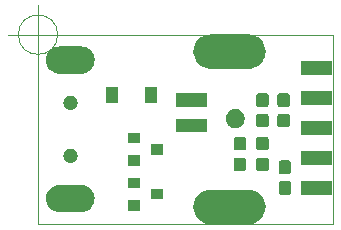
<source format=gbr>
G04 #@! TF.GenerationSoftware,KiCad,Pcbnew,(5.1.2)-2*
G04 #@! TF.CreationDate,2019-08-27T22:51:35+12:00*
G04 #@! TF.ProjectId,CacPP_PIC10,43616350-505f-4504-9943-31302e6b6963,rev?*
G04 #@! TF.SameCoordinates,Original*
G04 #@! TF.FileFunction,Soldermask,Bot*
G04 #@! TF.FilePolarity,Negative*
%FSLAX46Y46*%
G04 Gerber Fmt 4.6, Leading zero omitted, Abs format (unit mm)*
G04 Created by KiCad (PCBNEW (5.1.2)-2) date 2019-08-27 22:51:35*
%MOMM*%
%LPD*%
G04 APERTURE LIST*
%ADD10C,0.050000*%
%ADD11C,0.100000*%
G04 APERTURE END LIST*
D10*
X51666666Y-30000000D02*
G75*
G03X51666666Y-30000000I-1666666J0D01*
G01*
X47500000Y-30000000D02*
X52500000Y-30000000D01*
X50000000Y-27500000D02*
X50000000Y-32500000D01*
X50000000Y-46000000D02*
X53000000Y-46000000D01*
X50000000Y-30000000D02*
X50000000Y-46000000D01*
X53000000Y-30000000D02*
X50000000Y-30000000D01*
X75000000Y-30000000D02*
X53000000Y-30000000D01*
X75000000Y-46000000D02*
X53000000Y-46000000D01*
X75000000Y-30000000D02*
X75000000Y-46000000D01*
D11*
G36*
X67997861Y-43129498D02*
G01*
X68104446Y-43139995D01*
X68377960Y-43222965D01*
X68377963Y-43222966D01*
X68630028Y-43357698D01*
X68630029Y-43357699D01*
X68630033Y-43357701D01*
X68850976Y-43539024D01*
X69032299Y-43759967D01*
X69032301Y-43759971D01*
X69032302Y-43759972D01*
X69167034Y-44012037D01*
X69167035Y-44012040D01*
X69250005Y-44285554D01*
X69278020Y-44570000D01*
X69250005Y-44854446D01*
X69230565Y-44918530D01*
X69167034Y-45127963D01*
X69032302Y-45380028D01*
X69032299Y-45380033D01*
X68850976Y-45600976D01*
X68630033Y-45782299D01*
X68630029Y-45782301D01*
X68630028Y-45782302D01*
X68377963Y-45917034D01*
X68377960Y-45917035D01*
X68104446Y-46000005D01*
X67997861Y-46010502D01*
X67891278Y-46021000D01*
X64548722Y-46021000D01*
X64442139Y-46010502D01*
X64335554Y-46000005D01*
X64062040Y-45917035D01*
X64062037Y-45917034D01*
X63809972Y-45782302D01*
X63809971Y-45782301D01*
X63809967Y-45782299D01*
X63589024Y-45600976D01*
X63407701Y-45380033D01*
X63407698Y-45380028D01*
X63272966Y-45127963D01*
X63209435Y-44918530D01*
X63189995Y-44854446D01*
X63161980Y-44570000D01*
X63189995Y-44285554D01*
X63272965Y-44012040D01*
X63272966Y-44012037D01*
X63407698Y-43759972D01*
X63407699Y-43759971D01*
X63407701Y-43759967D01*
X63589024Y-43539024D01*
X63809967Y-43357701D01*
X63809971Y-43357699D01*
X63809972Y-43357698D01*
X64062037Y-43222966D01*
X64062040Y-43222965D01*
X64335554Y-43139995D01*
X64442139Y-43129498D01*
X64548722Y-43119000D01*
X67891278Y-43119000D01*
X67997861Y-43129498D01*
X67997861Y-43129498D01*
G37*
G36*
X53819271Y-42710103D02*
G01*
X53875635Y-42715654D01*
X54092600Y-42781470D01*
X54092602Y-42781471D01*
X54292555Y-42888347D01*
X54467818Y-43032182D01*
X54611653Y-43207445D01*
X54708506Y-43388646D01*
X54718530Y-43407400D01*
X54784346Y-43624365D01*
X54806569Y-43850000D01*
X54784346Y-44075635D01*
X54720667Y-44285556D01*
X54718529Y-44292602D01*
X54611653Y-44492555D01*
X54467818Y-44667818D01*
X54292555Y-44811653D01*
X54092602Y-44918529D01*
X54092600Y-44918530D01*
X53875635Y-44984346D01*
X53819271Y-44989897D01*
X53706545Y-45001000D01*
X51793455Y-45001000D01*
X51680729Y-44989897D01*
X51624365Y-44984346D01*
X51407400Y-44918530D01*
X51407398Y-44918529D01*
X51207445Y-44811653D01*
X51032182Y-44667818D01*
X50888347Y-44492555D01*
X50781471Y-44292602D01*
X50779334Y-44285556D01*
X50715654Y-44075635D01*
X50693431Y-43850000D01*
X50715654Y-43624365D01*
X50781470Y-43407400D01*
X50791494Y-43388646D01*
X50888347Y-43207445D01*
X51032182Y-43032182D01*
X51207445Y-42888347D01*
X51407398Y-42781471D01*
X51407400Y-42781470D01*
X51624365Y-42715654D01*
X51680729Y-42710103D01*
X51793455Y-42699000D01*
X53706545Y-42699000D01*
X53819271Y-42710103D01*
X53819271Y-42710103D01*
G37*
G36*
X58601000Y-44901000D02*
G01*
X57599000Y-44901000D01*
X57599000Y-43999000D01*
X58601000Y-43999000D01*
X58601000Y-44901000D01*
X58601000Y-44901000D01*
G37*
G36*
X60601000Y-43951000D02*
G01*
X59599000Y-43951000D01*
X59599000Y-43049000D01*
X60601000Y-43049000D01*
X60601000Y-43951000D01*
X60601000Y-43951000D01*
G37*
G36*
X71264499Y-42403445D02*
G01*
X71301995Y-42414820D01*
X71336554Y-42433292D01*
X71366847Y-42458153D01*
X71391708Y-42488446D01*
X71410180Y-42523005D01*
X71421555Y-42560501D01*
X71426000Y-42605638D01*
X71426000Y-43344362D01*
X71421555Y-43389499D01*
X71410180Y-43426995D01*
X71391708Y-43461554D01*
X71366847Y-43491847D01*
X71336554Y-43516708D01*
X71301995Y-43535180D01*
X71264499Y-43546555D01*
X71219362Y-43551000D01*
X70580638Y-43551000D01*
X70535501Y-43546555D01*
X70498005Y-43535180D01*
X70463446Y-43516708D01*
X70433153Y-43491847D01*
X70408292Y-43461554D01*
X70389820Y-43426995D01*
X70378445Y-43389499D01*
X70374000Y-43344362D01*
X70374000Y-42605638D01*
X70378445Y-42560501D01*
X70389820Y-42523005D01*
X70408292Y-42488446D01*
X70433153Y-42458153D01*
X70463446Y-42433292D01*
X70498005Y-42414820D01*
X70535501Y-42403445D01*
X70580638Y-42399000D01*
X71219362Y-42399000D01*
X71264499Y-42403445D01*
X71264499Y-42403445D01*
G37*
G36*
X74876000Y-43531000D02*
G01*
X72274000Y-43531000D01*
X72274000Y-42429000D01*
X74876000Y-42429000D01*
X74876000Y-43531000D01*
X74876000Y-43531000D01*
G37*
G36*
X58601000Y-43001000D02*
G01*
X57599000Y-43001000D01*
X57599000Y-42099000D01*
X58601000Y-42099000D01*
X58601000Y-43001000D01*
X58601000Y-43001000D01*
G37*
G36*
X71264499Y-40653445D02*
G01*
X71301995Y-40664820D01*
X71336554Y-40683292D01*
X71366847Y-40708153D01*
X71391708Y-40738446D01*
X71410180Y-40773005D01*
X71421555Y-40810501D01*
X71426000Y-40855638D01*
X71426000Y-41594362D01*
X71421555Y-41639499D01*
X71410180Y-41676995D01*
X71391708Y-41711554D01*
X71366847Y-41741847D01*
X71336554Y-41766708D01*
X71301995Y-41785180D01*
X71264499Y-41796555D01*
X71219362Y-41801000D01*
X70580638Y-41801000D01*
X70535501Y-41796555D01*
X70498005Y-41785180D01*
X70463446Y-41766708D01*
X70433153Y-41741847D01*
X70408292Y-41711554D01*
X70389820Y-41676995D01*
X70378445Y-41639499D01*
X70374000Y-41594362D01*
X70374000Y-40855638D01*
X70378445Y-40810501D01*
X70389820Y-40773005D01*
X70408292Y-40738446D01*
X70433153Y-40708153D01*
X70463446Y-40683292D01*
X70498005Y-40664820D01*
X70535501Y-40653445D01*
X70580638Y-40649000D01*
X71219362Y-40649000D01*
X71264499Y-40653445D01*
X71264499Y-40653445D01*
G37*
G36*
X67464499Y-40403445D02*
G01*
X67501995Y-40414820D01*
X67536554Y-40433292D01*
X67566847Y-40458153D01*
X67591708Y-40488446D01*
X67610180Y-40523005D01*
X67621555Y-40560501D01*
X67626000Y-40605638D01*
X67626000Y-41344362D01*
X67621555Y-41389499D01*
X67610180Y-41426995D01*
X67591708Y-41461554D01*
X67566847Y-41491847D01*
X67536554Y-41516708D01*
X67501995Y-41535180D01*
X67464499Y-41546555D01*
X67419362Y-41551000D01*
X66780638Y-41551000D01*
X66735501Y-41546555D01*
X66698005Y-41535180D01*
X66663446Y-41516708D01*
X66633153Y-41491847D01*
X66608292Y-41461554D01*
X66589820Y-41426995D01*
X66578445Y-41389499D01*
X66574000Y-41344362D01*
X66574000Y-40605638D01*
X66578445Y-40560501D01*
X66589820Y-40523005D01*
X66608292Y-40488446D01*
X66633153Y-40458153D01*
X66663446Y-40433292D01*
X66698005Y-40414820D01*
X66735501Y-40403445D01*
X66780638Y-40399000D01*
X67419362Y-40399000D01*
X67464499Y-40403445D01*
X67464499Y-40403445D01*
G37*
G36*
X69364499Y-40403445D02*
G01*
X69401995Y-40414820D01*
X69436554Y-40433292D01*
X69466847Y-40458153D01*
X69491708Y-40488446D01*
X69510180Y-40523005D01*
X69521555Y-40560501D01*
X69526000Y-40605638D01*
X69526000Y-41344362D01*
X69521555Y-41389499D01*
X69510180Y-41426995D01*
X69491708Y-41461554D01*
X69466847Y-41491847D01*
X69436554Y-41516708D01*
X69401995Y-41535180D01*
X69364499Y-41546555D01*
X69319362Y-41551000D01*
X68680638Y-41551000D01*
X68635501Y-41546555D01*
X68598005Y-41535180D01*
X68563446Y-41516708D01*
X68533153Y-41491847D01*
X68508292Y-41461554D01*
X68489820Y-41426995D01*
X68478445Y-41389499D01*
X68474000Y-41344362D01*
X68474000Y-40605638D01*
X68478445Y-40560501D01*
X68489820Y-40523005D01*
X68508292Y-40488446D01*
X68533153Y-40458153D01*
X68563446Y-40433292D01*
X68598005Y-40414820D01*
X68635501Y-40403445D01*
X68680638Y-40399000D01*
X69319362Y-40399000D01*
X69364499Y-40403445D01*
X69364499Y-40403445D01*
G37*
G36*
X58601000Y-41101000D02*
G01*
X57599000Y-41101000D01*
X57599000Y-40199000D01*
X58601000Y-40199000D01*
X58601000Y-41101000D01*
X58601000Y-41101000D01*
G37*
G36*
X74876000Y-40991000D02*
G01*
X72274000Y-40991000D01*
X72274000Y-39889000D01*
X74876000Y-39889000D01*
X74876000Y-40991000D01*
X74876000Y-40991000D01*
G37*
G36*
X52886601Y-39664397D02*
G01*
X52925305Y-39672096D01*
X52954321Y-39684115D01*
X53034680Y-39717400D01*
X53133115Y-39783173D01*
X53216827Y-39866885D01*
X53282600Y-39965320D01*
X53314635Y-40042660D01*
X53327904Y-40074695D01*
X53351000Y-40190807D01*
X53351000Y-40309193D01*
X53327904Y-40425305D01*
X53314635Y-40457340D01*
X53282600Y-40534680D01*
X53216827Y-40633115D01*
X53133115Y-40716827D01*
X53034680Y-40782600D01*
X52965260Y-40811354D01*
X52925305Y-40827904D01*
X52886601Y-40835603D01*
X52809195Y-40851000D01*
X52690805Y-40851000D01*
X52613399Y-40835603D01*
X52574695Y-40827904D01*
X52534740Y-40811354D01*
X52465320Y-40782600D01*
X52366885Y-40716827D01*
X52283173Y-40633115D01*
X52217400Y-40534680D01*
X52185365Y-40457340D01*
X52172096Y-40425305D01*
X52149000Y-40309193D01*
X52149000Y-40190807D01*
X52172096Y-40074695D01*
X52185365Y-40042660D01*
X52217400Y-39965320D01*
X52283173Y-39866885D01*
X52366885Y-39783173D01*
X52465320Y-39717400D01*
X52545679Y-39684115D01*
X52574695Y-39672096D01*
X52613399Y-39664397D01*
X52690805Y-39649000D01*
X52809195Y-39649000D01*
X52886601Y-39664397D01*
X52886601Y-39664397D01*
G37*
G36*
X60601000Y-40151000D02*
G01*
X59599000Y-40151000D01*
X59599000Y-39249000D01*
X60601000Y-39249000D01*
X60601000Y-40151000D01*
X60601000Y-40151000D01*
G37*
G36*
X69364499Y-38653445D02*
G01*
X69401995Y-38664820D01*
X69436554Y-38683292D01*
X69466847Y-38708153D01*
X69491708Y-38738446D01*
X69510180Y-38773005D01*
X69521555Y-38810501D01*
X69526000Y-38855638D01*
X69526000Y-39594362D01*
X69521555Y-39639499D01*
X69510180Y-39676995D01*
X69491708Y-39711554D01*
X69466847Y-39741847D01*
X69436554Y-39766708D01*
X69401995Y-39785180D01*
X69364499Y-39796555D01*
X69319362Y-39801000D01*
X68680638Y-39801000D01*
X68635501Y-39796555D01*
X68598005Y-39785180D01*
X68563446Y-39766708D01*
X68533153Y-39741847D01*
X68508292Y-39711554D01*
X68489820Y-39676995D01*
X68478445Y-39639499D01*
X68474000Y-39594362D01*
X68474000Y-38855638D01*
X68478445Y-38810501D01*
X68489820Y-38773005D01*
X68508292Y-38738446D01*
X68533153Y-38708153D01*
X68563446Y-38683292D01*
X68598005Y-38664820D01*
X68635501Y-38653445D01*
X68680638Y-38649000D01*
X69319362Y-38649000D01*
X69364499Y-38653445D01*
X69364499Y-38653445D01*
G37*
G36*
X67464499Y-38653445D02*
G01*
X67501995Y-38664820D01*
X67536554Y-38683292D01*
X67566847Y-38708153D01*
X67591708Y-38738446D01*
X67610180Y-38773005D01*
X67621555Y-38810501D01*
X67626000Y-38855638D01*
X67626000Y-39594362D01*
X67621555Y-39639499D01*
X67610180Y-39676995D01*
X67591708Y-39711554D01*
X67566847Y-39741847D01*
X67536554Y-39766708D01*
X67501995Y-39785180D01*
X67464499Y-39796555D01*
X67419362Y-39801000D01*
X66780638Y-39801000D01*
X66735501Y-39796555D01*
X66698005Y-39785180D01*
X66663446Y-39766708D01*
X66633153Y-39741847D01*
X66608292Y-39711554D01*
X66589820Y-39676995D01*
X66578445Y-39639499D01*
X66574000Y-39594362D01*
X66574000Y-38855638D01*
X66578445Y-38810501D01*
X66589820Y-38773005D01*
X66608292Y-38738446D01*
X66633153Y-38708153D01*
X66663446Y-38683292D01*
X66698005Y-38664820D01*
X66735501Y-38653445D01*
X66780638Y-38649000D01*
X67419362Y-38649000D01*
X67464499Y-38653445D01*
X67464499Y-38653445D01*
G37*
G36*
X58601000Y-39201000D02*
G01*
X57599000Y-39201000D01*
X57599000Y-38299000D01*
X58601000Y-38299000D01*
X58601000Y-39201000D01*
X58601000Y-39201000D01*
G37*
G36*
X74876000Y-38451000D02*
G01*
X72274000Y-38451000D01*
X72274000Y-37349000D01*
X74876000Y-37349000D01*
X74876000Y-38451000D01*
X74876000Y-38451000D01*
G37*
G36*
X64326000Y-38281000D02*
G01*
X61674000Y-38281000D01*
X61674000Y-37119000D01*
X64326000Y-37119000D01*
X64326000Y-38281000D01*
X64326000Y-38281000D01*
G37*
G36*
X66933642Y-36329781D02*
G01*
X67079414Y-36390162D01*
X67079416Y-36390163D01*
X67210608Y-36477822D01*
X67322178Y-36589392D01*
X67408792Y-36719020D01*
X67409838Y-36720586D01*
X67470219Y-36866358D01*
X67501000Y-37021107D01*
X67501000Y-37178893D01*
X67470219Y-37333642D01*
X67463857Y-37349000D01*
X67409837Y-37479416D01*
X67322178Y-37610608D01*
X67210608Y-37722178D01*
X67079416Y-37809837D01*
X67079415Y-37809838D01*
X67079414Y-37809838D01*
X66933642Y-37870219D01*
X66778893Y-37901000D01*
X66621107Y-37901000D01*
X66466358Y-37870219D01*
X66320586Y-37809838D01*
X66320585Y-37809838D01*
X66320584Y-37809837D01*
X66189392Y-37722178D01*
X66077822Y-37610608D01*
X65990163Y-37479416D01*
X65936143Y-37349000D01*
X65929781Y-37333642D01*
X65899000Y-37178893D01*
X65899000Y-37021107D01*
X65929781Y-36866358D01*
X65990162Y-36720586D01*
X65991208Y-36719020D01*
X66077822Y-36589392D01*
X66189392Y-36477822D01*
X66320584Y-36390163D01*
X66320586Y-36390162D01*
X66466358Y-36329781D01*
X66621107Y-36299000D01*
X66778893Y-36299000D01*
X66933642Y-36329781D01*
X66933642Y-36329781D01*
G37*
G36*
X71164499Y-36703445D02*
G01*
X71201995Y-36714820D01*
X71236554Y-36733292D01*
X71266847Y-36758153D01*
X71291708Y-36788446D01*
X71310180Y-36823005D01*
X71321555Y-36860501D01*
X71326000Y-36905638D01*
X71326000Y-37644362D01*
X71321555Y-37689499D01*
X71310180Y-37726995D01*
X71291708Y-37761554D01*
X71266847Y-37791847D01*
X71236554Y-37816708D01*
X71201995Y-37835180D01*
X71164499Y-37846555D01*
X71119362Y-37851000D01*
X70480638Y-37851000D01*
X70435501Y-37846555D01*
X70398005Y-37835180D01*
X70363446Y-37816708D01*
X70333153Y-37791847D01*
X70308292Y-37761554D01*
X70289820Y-37726995D01*
X70278445Y-37689499D01*
X70274000Y-37644362D01*
X70274000Y-36905638D01*
X70278445Y-36860501D01*
X70289820Y-36823005D01*
X70308292Y-36788446D01*
X70333153Y-36758153D01*
X70363446Y-36733292D01*
X70398005Y-36714820D01*
X70435501Y-36703445D01*
X70480638Y-36699000D01*
X71119362Y-36699000D01*
X71164499Y-36703445D01*
X71164499Y-36703445D01*
G37*
G36*
X69364499Y-36703445D02*
G01*
X69401995Y-36714820D01*
X69436554Y-36733292D01*
X69466847Y-36758153D01*
X69491708Y-36788446D01*
X69510180Y-36823005D01*
X69521555Y-36860501D01*
X69526000Y-36905638D01*
X69526000Y-37644362D01*
X69521555Y-37689499D01*
X69510180Y-37726995D01*
X69491708Y-37761554D01*
X69466847Y-37791847D01*
X69436554Y-37816708D01*
X69401995Y-37835180D01*
X69364499Y-37846555D01*
X69319362Y-37851000D01*
X68680638Y-37851000D01*
X68635501Y-37846555D01*
X68598005Y-37835180D01*
X68563446Y-37816708D01*
X68533153Y-37791847D01*
X68508292Y-37761554D01*
X68489820Y-37726995D01*
X68478445Y-37689499D01*
X68474000Y-37644362D01*
X68474000Y-36905638D01*
X68478445Y-36860501D01*
X68489820Y-36823005D01*
X68508292Y-36788446D01*
X68533153Y-36758153D01*
X68563446Y-36733292D01*
X68598005Y-36714820D01*
X68635501Y-36703445D01*
X68680638Y-36699000D01*
X69319362Y-36699000D01*
X69364499Y-36703445D01*
X69364499Y-36703445D01*
G37*
G36*
X52867968Y-35160691D02*
G01*
X52925305Y-35172096D01*
X52957340Y-35185365D01*
X53034680Y-35217400D01*
X53133115Y-35283173D01*
X53216827Y-35366885D01*
X53282600Y-35465320D01*
X53314635Y-35542660D01*
X53327904Y-35574695D01*
X53351000Y-35690807D01*
X53351000Y-35809193D01*
X53327904Y-35925305D01*
X53314635Y-35957340D01*
X53282600Y-36034680D01*
X53216827Y-36133115D01*
X53133115Y-36216827D01*
X53034680Y-36282600D01*
X52957340Y-36314635D01*
X52925305Y-36327904D01*
X52886601Y-36335603D01*
X52809195Y-36351000D01*
X52690805Y-36351000D01*
X52613399Y-36335603D01*
X52574695Y-36327904D01*
X52542660Y-36314635D01*
X52465320Y-36282600D01*
X52366885Y-36216827D01*
X52283173Y-36133115D01*
X52217400Y-36034680D01*
X52185365Y-35957340D01*
X52172096Y-35925305D01*
X52149000Y-35809193D01*
X52149000Y-35690807D01*
X52172096Y-35574695D01*
X52185365Y-35542660D01*
X52217400Y-35465320D01*
X52283173Y-35366885D01*
X52366885Y-35283173D01*
X52465320Y-35217400D01*
X52542660Y-35185365D01*
X52574695Y-35172096D01*
X52632032Y-35160691D01*
X52690805Y-35149000D01*
X52809195Y-35149000D01*
X52867968Y-35160691D01*
X52867968Y-35160691D01*
G37*
G36*
X69364499Y-34953445D02*
G01*
X69401995Y-34964820D01*
X69436554Y-34983292D01*
X69466847Y-35008153D01*
X69491708Y-35038446D01*
X69510180Y-35073005D01*
X69521555Y-35110501D01*
X69526000Y-35155638D01*
X69526000Y-35894362D01*
X69521555Y-35939499D01*
X69510180Y-35976995D01*
X69491708Y-36011554D01*
X69466847Y-36041847D01*
X69436554Y-36066708D01*
X69401995Y-36085180D01*
X69364499Y-36096555D01*
X69319362Y-36101000D01*
X68680638Y-36101000D01*
X68635501Y-36096555D01*
X68598005Y-36085180D01*
X68563446Y-36066708D01*
X68533153Y-36041847D01*
X68508292Y-36011554D01*
X68489820Y-35976995D01*
X68478445Y-35939499D01*
X68474000Y-35894362D01*
X68474000Y-35155638D01*
X68478445Y-35110501D01*
X68489820Y-35073005D01*
X68508292Y-35038446D01*
X68533153Y-35008153D01*
X68563446Y-34983292D01*
X68598005Y-34964820D01*
X68635501Y-34953445D01*
X68680638Y-34949000D01*
X69319362Y-34949000D01*
X69364499Y-34953445D01*
X69364499Y-34953445D01*
G37*
G36*
X71164499Y-34953445D02*
G01*
X71201995Y-34964820D01*
X71236554Y-34983292D01*
X71266847Y-35008153D01*
X71291708Y-35038446D01*
X71310180Y-35073005D01*
X71321555Y-35110501D01*
X71326000Y-35155638D01*
X71326000Y-35894362D01*
X71321555Y-35939499D01*
X71310180Y-35976995D01*
X71291708Y-36011554D01*
X71266847Y-36041847D01*
X71236554Y-36066708D01*
X71201995Y-36085180D01*
X71164499Y-36096555D01*
X71119362Y-36101000D01*
X70480638Y-36101000D01*
X70435501Y-36096555D01*
X70398005Y-36085180D01*
X70363446Y-36066708D01*
X70333153Y-36041847D01*
X70308292Y-36011554D01*
X70289820Y-35976995D01*
X70278445Y-35939499D01*
X70274000Y-35894362D01*
X70274000Y-35155638D01*
X70278445Y-35110501D01*
X70289820Y-35073005D01*
X70308292Y-35038446D01*
X70333153Y-35008153D01*
X70363446Y-34983292D01*
X70398005Y-34964820D01*
X70435501Y-34953445D01*
X70480638Y-34949000D01*
X71119362Y-34949000D01*
X71164499Y-34953445D01*
X71164499Y-34953445D01*
G37*
G36*
X64326000Y-36081000D02*
G01*
X61674000Y-36081000D01*
X61674000Y-34919000D01*
X64326000Y-34919000D01*
X64326000Y-36081000D01*
X64326000Y-36081000D01*
G37*
G36*
X74876000Y-35911000D02*
G01*
X72274000Y-35911000D01*
X72274000Y-34809000D01*
X74876000Y-34809000D01*
X74876000Y-35911000D01*
X74876000Y-35911000D01*
G37*
G36*
X60051000Y-35751000D02*
G01*
X59049000Y-35751000D01*
X59049000Y-34449000D01*
X60051000Y-34449000D01*
X60051000Y-35751000D01*
X60051000Y-35751000D01*
G37*
G36*
X56751000Y-35751000D02*
G01*
X55749000Y-35751000D01*
X55749000Y-34449000D01*
X56751000Y-34449000D01*
X56751000Y-35751000D01*
X56751000Y-35751000D01*
G37*
G36*
X74876000Y-33371000D02*
G01*
X72274000Y-33371000D01*
X72274000Y-32269000D01*
X74876000Y-32269000D01*
X74876000Y-33371000D01*
X74876000Y-33371000D01*
G37*
G36*
X53819271Y-31010103D02*
G01*
X53875635Y-31015654D01*
X54092600Y-31081470D01*
X54092602Y-31081471D01*
X54292555Y-31188347D01*
X54467818Y-31332182D01*
X54611653Y-31507445D01*
X54718529Y-31707398D01*
X54718530Y-31707400D01*
X54784346Y-31924365D01*
X54790610Y-31987963D01*
X54806569Y-32150000D01*
X54784346Y-32375634D01*
X54718529Y-32592602D01*
X54611653Y-32792555D01*
X54467818Y-32967818D01*
X54292555Y-33111653D01*
X54092602Y-33218529D01*
X54092600Y-33218530D01*
X53875635Y-33284346D01*
X53819271Y-33289897D01*
X53706545Y-33301000D01*
X51793455Y-33301000D01*
X51680729Y-33289897D01*
X51624365Y-33284346D01*
X51407400Y-33218530D01*
X51407398Y-33218529D01*
X51207445Y-33111653D01*
X51032182Y-32967818D01*
X50888347Y-32792555D01*
X50781471Y-32592602D01*
X50715654Y-32375634D01*
X50693431Y-32150000D01*
X50709390Y-31987963D01*
X50715654Y-31924365D01*
X50781470Y-31707400D01*
X50781471Y-31707398D01*
X50888347Y-31507445D01*
X51032182Y-31332182D01*
X51207445Y-31188347D01*
X51407398Y-31081471D01*
X51407400Y-31081470D01*
X51624365Y-31015654D01*
X51680729Y-31010103D01*
X51793455Y-30999000D01*
X53706545Y-30999000D01*
X53819271Y-31010103D01*
X53819271Y-31010103D01*
G37*
G36*
X67997861Y-29989498D02*
G01*
X68104446Y-29999995D01*
X68377960Y-30082965D01*
X68377963Y-30082966D01*
X68630028Y-30217698D01*
X68630029Y-30217699D01*
X68630033Y-30217701D01*
X68850976Y-30399024D01*
X69032299Y-30619967D01*
X69032301Y-30619971D01*
X69032302Y-30619972D01*
X69167034Y-30872037D01*
X69167035Y-30872040D01*
X69250005Y-31145554D01*
X69278020Y-31430000D01*
X69250005Y-31714446D01*
X69186326Y-31924365D01*
X69167034Y-31987963D01*
X69080423Y-32150000D01*
X69032299Y-32240033D01*
X68850976Y-32460976D01*
X68630033Y-32642299D01*
X68630029Y-32642301D01*
X68630028Y-32642302D01*
X68377963Y-32777034D01*
X68377960Y-32777035D01*
X68104446Y-32860005D01*
X67997861Y-32870503D01*
X67891278Y-32881000D01*
X64548722Y-32881000D01*
X64442139Y-32870503D01*
X64335554Y-32860005D01*
X64062040Y-32777035D01*
X64062037Y-32777034D01*
X63809972Y-32642302D01*
X63809971Y-32642301D01*
X63809967Y-32642299D01*
X63589024Y-32460976D01*
X63407701Y-32240033D01*
X63359577Y-32150000D01*
X63272966Y-31987963D01*
X63253674Y-31924365D01*
X63189995Y-31714446D01*
X63161980Y-31430000D01*
X63189995Y-31145554D01*
X63272965Y-30872040D01*
X63272966Y-30872037D01*
X63407698Y-30619972D01*
X63407699Y-30619971D01*
X63407701Y-30619967D01*
X63589024Y-30399024D01*
X63809967Y-30217701D01*
X63809971Y-30217699D01*
X63809972Y-30217698D01*
X64062037Y-30082966D01*
X64062040Y-30082965D01*
X64335554Y-29999995D01*
X64442139Y-29989498D01*
X64548722Y-29979000D01*
X67891278Y-29979000D01*
X67997861Y-29989498D01*
X67997861Y-29989498D01*
G37*
M02*

</source>
